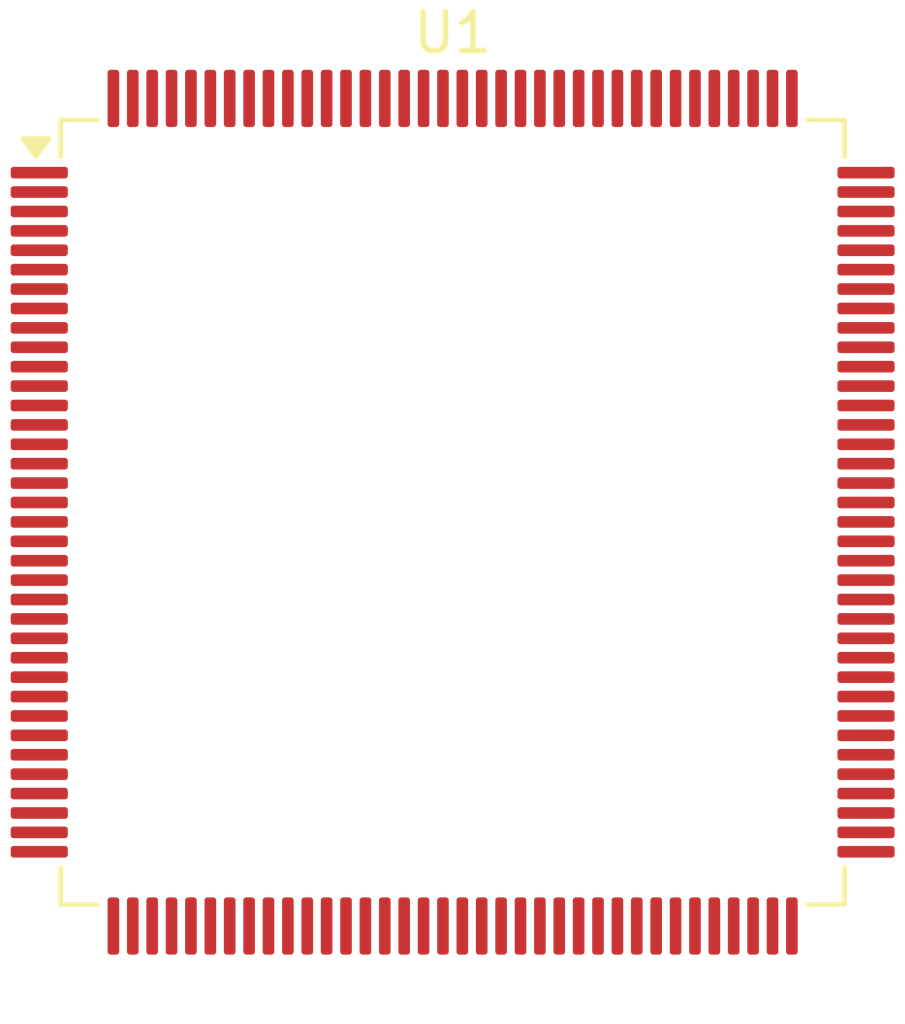
<source format=kicad_pcb>
(kicad_pcb (version 20241229) (generator "pcbnew") (generator_version "9.0")
  (layers (0 "F.Cu" signal) (2 "B.Cu" signal) (13 "F.Paste" user) (15 "B.Paste" user) (5 "F.SilkS" user "F.Silkscreen") (7 "B.SilkS" user "B.Silkscreen") (1 "F.Mask" user) (3 "B.Mask" user) (25 "Edge.Cuts" user))
  (net 0 "")
  (net 3 "+3.3V")
  (net 10 "Net-(U1-VSS-Pad104)")
  (net 57 "+3.3VA")
  (footprint "Package_QFP:LQFP-144_20x20mm_P0.5mm" (layer "F.Cu") (at 115.25 109.3375)
    (property "Reference" "U1" (at 0 -12.35 0) (layer "F.SilkS"))
    (property "Value" "STM32H755ZITx")
    (fp_line (start -10.11 -10.11) (end -9.16 -10.11) (stroke (width 0.12)) (layer "F.SilkS"))
    (fp_line (start -10.11 -9.16) (end -10.11 -10.11) (stroke (width 0.12)) (layer "F.SilkS"))
    (fp_line (start -10.11 10.11) (end -10.11 9.16) (stroke (width 0.12)) (layer "F.SilkS"))
    (fp_line (start -9.16 10.11) (end -10.11 10.11) (stroke (width 0.12)) (layer "F.SilkS"))
    (fp_line (start 9.16 -10.11) (end 10.11 -10.11) (stroke (width 0.12)) (layer "F.SilkS"))
    (fp_line (start 10.11 -10.11) (end 10.11 -9.16) (stroke (width 0.12)) (layer "F.SilkS"))
    (fp_line (start 10.11 9.16) (end 10.11 10.11) (stroke (width 0.12)) (layer "F.SilkS"))
    (fp_line (start 10.11 10.11) (end 9.16 10.11) (stroke (width 0.12)) (layer "F.SilkS"))
    (fp_poly (pts (xy -10.75 -9.16) (xy -11.09 -9.63) (xy -10.41 -9.63)) (stroke (width 0.12)) (fill yes) (layer "F.SilkS"))
    (pad "1" smd roundrect (at -10.6625 -8.75) (size 1.475 0.3) (layers "F.Cu" "F.Mask" "F.Paste"))
    (pad "2" smd roundrect (at -10.6625 -8.25) (size 1.475 0.3) (layers "F.Cu" "F.Mask" "F.Paste"))
    (pad "3" smd roundrect (at -10.6625 -7.75) (size 1.475 0.3) (layers "F.Cu" "F.Mask" "F.Paste"))
    (pad "4" smd roundrect (at -10.6625 -7.25) (size 1.475 0.3) (layers "F.Cu" "F.Mask" "F.Paste"))
    (pad "5" smd roundrect (at -10.6625 -6.75) (size 1.475 0.3) (layers "F.Cu" "F.Mask" "F.Paste"))
    (pad "6" smd roundrect (at -10.6625 -6.25) (size 1.475 0.3) (layers "F.Cu" "F.Mask" "F.Paste") (net 10 "Net-(U1-VSS-Pad104)"))
    (pad "7" smd roundrect (at -10.6625 -5.75) (size 1.475 0.3) (layers "F.Cu" "F.Mask" "F.Paste") (net 3 "+3.3V"))
    (pad "8" smd roundrect (at -10.6625 -5.25) (size 1.475 0.3) (layers "F.Cu" "F.Mask" "F.Paste"))
    (pad "9" smd roundrect (at -10.6625 -4.75) (size 1.475 0.3) (layers "F.Cu" "F.Mask" "F.Paste"))
    (pad "10" smd roundrect (at -10.6625 -4.25) (size 1.475 0.3) (layers "F.Cu" "F.Mask" "F.Paste"))
    (pad "11" smd roundrect (at -10.6625 -3.75) (size 1.475 0.3) (layers "F.Cu" "F.Mask" "F.Paste"))
    (pad "12" smd roundrect (at -10.6625 -3.25) (size 1.475 0.3) (layers "F.Cu" "F.Mask" "F.Paste") (net 10 "Net-(U1-VSS-Pad104)"))
    (pad "13" smd roundrect (at -10.6625 -2.75) (size 1.475 0.3) (layers "F.Cu" "F.Mask" "F.Paste") (net 3 "+3.3V"))
    (pad "14" smd roundrect (at -10.6625 -2.25) (size 1.475 0.3) (layers "F.Cu" "F.Mask" "F.Paste"))
    (pad "15" smd roundrect (at -10.6625 -1.75) (size 1.475 0.3) (layers "F.Cu" "F.Mask" "F.Paste"))
    (pad "16" smd roundrect (at -10.6625 -1.25) (size 1.475 0.3) (layers "F.Cu" "F.Mask" "F.Paste"))
    (pad "17" smd roundrect (at -10.6625 -0.75) (size 1.475 0.3) (layers "F.Cu" "F.Mask" "F.Paste"))
    (pad "18" smd roundrect (at -10.6625 -0.25) (size 1.475 0.3) (layers "F.Cu" "F.Mask" "F.Paste") (net 10 "Net-(U1-VSS-Pad104)"))
    (pad "19" smd roundrect (at -10.6625 0.25) (size 1.475 0.3) (layers "F.Cu" "F.Mask" "F.Paste") (net 3 "+3.3V"))
    (pad "20" smd roundrect (at -10.6625 0.75) (size 1.475 0.3) (layers "F.Cu" "F.Mask" "F.Paste"))
    (pad "21" smd roundrect (at -10.6625 1.25) (size 1.475 0.3) (layers "F.Cu" "F.Mask" "F.Paste"))
    (pad "22" smd roundrect (at -10.6625 1.75) (size 1.475 0.3) (layers "F.Cu" "F.Mask" "F.Paste"))
    (pad "23" smd roundrect (at -10.6625 2.25) (size 1.475 0.3) (layers "F.Cu" "F.Mask" "F.Paste"))
    (pad "24" smd roundrect (at -10.6625 2.75) (size 1.475 0.3) (layers "F.Cu" "F.Mask" "F.Paste"))
    (pad "25" smd roundrect (at -10.6625 3.25) (size 1.475 0.3) (layers "F.Cu" "F.Mask" "F.Paste"))
    (pad "26" smd roundrect (at -10.6625 3.75) (size 1.475 0.3) (layers "F.Cu" "F.Mask" "F.Paste"))
    (pad "27" smd roundrect (at -10.6625 4.25) (size 1.475 0.3) (layers "F.Cu" "F.Mask" "F.Paste"))
    (pad "28" smd roundrect (at -10.6625 4.75) (size 1.475 0.3) (layers "F.Cu" "F.Mask" "F.Paste"))
    (pad "29" smd roundrect (at -10.6625 5.25) (size 1.475 0.3) (layers "F.Cu" "F.Mask" "F.Paste"))
    (pad "30" smd roundrect (at -10.6625 5.75) (size 1.475 0.3) (layers "F.Cu" "F.Mask" "F.Paste"))
    (pad "31" smd roundrect (at -10.6625 6.25) (size 1.475 0.3) (layers "F.Cu" "F.Mask" "F.Paste"))
    (pad "32" smd roundrect (at -10.6625 6.75) (size 1.475 0.3) (layers "F.Cu" "F.Mask" "F.Paste") (net 3 "+3.3V"))
    (pad "33" smd roundrect (at -10.6625 7.25) (size 1.475 0.3) (layers "F.Cu" "F.Mask" "F.Paste") (net 10 "Net-(U1-VSS-Pad104)"))
    (pad "34" smd roundrect (at -10.6625 7.75) (size 1.475 0.3) (layers "F.Cu" "F.Mask" "F.Paste"))
    (pad "35" smd roundrect (at -10.6625 8.25) (size 1.475 0.3) (layers "F.Cu" "F.Mask" "F.Paste"))
    (pad "36" smd roundrect (at -10.6625 8.75) (size 1.475 0.3) (layers "F.Cu" "F.Mask" "F.Paste") (net 57 "+3.3VA"))
    (pad "37" smd roundrect (at -8.75 10.6625) (size 0.3 1.475) (layers "F.Cu" "F.Mask" "F.Paste"))
    (pad "38" smd roundrect (at -8.25 10.6625) (size 0.3 1.475) (layers "F.Cu" "F.Mask" "F.Paste"))
    (pad "39" smd roundrect (at -7.75 10.6625) (size 0.3 1.475) (layers "F.Cu" "F.Mask" "F.Paste"))
    (pad "40" smd roundrect (at -7.25 10.6625) (size 0.3 1.475) (layers "F.Cu" "F.Mask" "F.Paste"))
    (pad "41" smd roundrect (at -6.75 10.6625) (size 0.3 1.475) (layers "F.Cu" "F.Mask" "F.Paste") (net 10 "Net-(U1-VSS-Pad104)"))
    (pad "42" smd roundrect (at -6.25 10.6625) (size 0.3 1.475) (layers "F.Cu" "F.Mask" "F.Paste") (net 3 "+3.3V"))
    (pad "43" smd roundrect (at -5.75 10.6625) (size 0.3 1.475) (layers "F.Cu" "F.Mask" "F.Paste"))
    (pad "44" smd roundrect (at -5.25 10.6625) (size 0.3 1.475) (layers "F.Cu" "F.Mask" "F.Paste"))
    (pad "45" smd roundrect (at -4.75 10.6625) (size 0.3 1.475) (layers "F.Cu" "F.Mask" "F.Paste"))
    (pad "46" smd roundrect (at -4.25 10.6625) (size 0.3 1.475) (layers "F.Cu" "F.Mask" "F.Paste"))
    (pad "47" smd roundrect (at -3.75 10.6625) (size 0.3 1.475) (layers "F.Cu" "F.Mask" "F.Paste"))
    (pad "48" smd roundrect (at -3.25 10.6625) (size 0.3 1.475) (layers "F.Cu" "F.Mask" "F.Paste"))
    (pad "49" smd roundrect (at -2.75 10.6625) (size 0.3 1.475) (layers "F.Cu" "F.Mask" "F.Paste"))
    (pad "50" smd roundrect (at -2.25 10.6625) (size 0.3 1.475) (layers "F.Cu" "F.Mask" "F.Paste"))
    (pad "51" smd roundrect (at -1.75 10.6625) (size 0.3 1.475) (layers "F.Cu" "F.Mask" "F.Paste"))
    (pad "52" smd roundrect (at -1.25 10.6625) (size 0.3 1.475) (layers "F.Cu" "F.Mask" "F.Paste"))
    (pad "53" smd roundrect (at -0.75 10.6625) (size 0.3 1.475) (layers "F.Cu" "F.Mask" "F.Paste"))
    (pad "54" smd roundrect (at -0.25 10.6625) (size 0.3 1.475) (layers "F.Cu" "F.Mask" "F.Paste"))
    (pad "55" smd roundrect (at 0.25 10.6625) (size 0.3 1.475) (layers "F.Cu" "F.Mask" "F.Paste") (net 10 "Net-(U1-VSS-Pad104)"))
    (pad "56" smd roundrect (at 0.75 10.6625) (size 0.3 1.475) (layers "F.Cu" "F.Mask" "F.Paste") (net 3 "+3.3V"))
    (pad "57" smd roundrect (at 1.25 10.6625) (size 0.3 1.475) (layers "F.Cu" "F.Mask" "F.Paste"))
    (pad "58" smd roundrect (at 1.75 10.6625) (size 0.3 1.475) (layers "F.Cu" "F.Mask" "F.Paste"))
    (pad "59" smd roundrect (at 2.25 10.6625) (size 0.3 1.475) (layers "F.Cu" "F.Mask" "F.Paste"))
    (pad "60" smd roundrect (at 2.75 10.6625) (size 0.3 1.475) (layers "F.Cu" "F.Mask" "F.Paste"))
    (pad "61" smd roundrect (at 3.25 10.6625) (size 0.3 1.475) (layers "F.Cu" "F.Mask" "F.Paste"))
    (pad "62" smd roundrect (at 3.75 10.6625) (size 0.3 1.475) (layers "F.Cu" "F.Mask" "F.Paste"))
    (pad "63" smd roundrect (at 4.25 10.6625) (size 0.3 1.475) (layers "F.Cu" "F.Mask" "F.Paste"))
    (pad "64" smd roundrect (at 4.75 10.6625) (size 0.3 1.475) (layers "F.Cu" "F.Mask" "F.Paste"))
    (pad "65" smd roundrect (at 5.25 10.6625) (size 0.3 1.475) (layers "F.Cu" "F.Mask" "F.Paste"))
    (pad "66" smd roundrect (at 5.75 10.6625) (size 0.3 1.475) (layers "F.Cu" "F.Mask" "F.Paste"))
    (pad "67" smd roundrect (at 6.25 10.6625) (size 0.3 1.475) (layers "F.Cu" "F.Mask" "F.Paste"))
    (pad "68" smd roundrect (at 6.75 10.6625) (size 0.3 1.475) (layers "F.Cu" "F.Mask" "F.Paste"))
    (pad "69" smd roundrect (at 7.25 10.6625) (size 0.3 1.475) (layers "F.Cu" "F.Mask" "F.Paste") (net 10 "Net-(U1-VSS-Pad104)"))
    (pad "70" smd roundrect (at 7.75 10.6625) (size 0.3 1.475) (layers "F.Cu" "F.Mask" "F.Paste"))
    (pad "71" smd roundrect (at 8.25 10.6625) (size 0.3 1.475) (layers "F.Cu" "F.Mask" "F.Paste") (net 3 "+3.3V"))
    (pad "72" smd roundrect (at 8.75 10.6625) (size 0.3 1.475) (layers "F.Cu" "F.Mask" "F.Paste"))
    (pad "73" smd roundrect (at 10.6625 8.75) (size 1.475 0.3) (layers "F.Cu" "F.Mask" "F.Paste"))
    (pad "74" smd roundrect (at 10.6625 8.25) (size 1.475 0.3) (layers "F.Cu" "F.Mask" "F.Paste"))
    (pad "75" smd roundrect (at 10.6625 7.75) (size 1.475 0.3) (layers "F.Cu" "F.Mask" "F.Paste"))
    (pad "76" smd roundrect (at 10.6625 7.25) (size 1.475 0.3) (layers "F.Cu" "F.Mask" "F.Paste"))
    (pad "77" smd roundrect (at 10.6625 6.75) (size 1.475 0.3) (layers "F.Cu" "F.Mask" "F.Paste"))
    (pad "78" smd roundrect (at 10.6625 6.25) (size 1.475 0.3) (layers "F.Cu" "F.Mask" "F.Paste"))
    (pad "79" smd roundrect (at 10.6625 5.75) (size 1.475 0.3) (layers "F.Cu" "F.Mask" "F.Paste") (net 3 "+3.3V"))
    (pad "80" smd roundrect (at 10.6625 5.25) (size 1.475 0.3) (layers "F.Cu" "F.Mask" "F.Paste") (net 10 "Net-(U1-VSS-Pad104)"))
    (pad "81" smd roundrect (at 10.6625 4.75) (size 1.475 0.3) (layers "F.Cu" "F.Mask" "F.Paste"))
    (pad "82" smd roundrect (at 10.6625 4.25) (size 1.475 0.3) (layers "F.Cu" "F.Mask" "F.Paste"))
    (pad "83" smd roundrect (at 10.6625 3.75) (size 1.475 0.3) (layers "F.Cu" "F.Mask" "F.Paste"))
    (pad "84" smd roundrect (at 10.6625 3.25) (size 1.475 0.3) (layers "F.Cu" "F.Mask" "F.Paste"))
    (pad "85" smd roundrect (at 10.6625 2.75) (size 1.475 0.3) (layers "F.Cu" "F.Mask" "F.Paste"))
    (pad "86" smd roundrect (at 10.6625 2.25) (size 1.475 0.3) (layers "F.Cu" "F.Mask" "F.Paste"))
    (pad "87" smd roundrect (at 10.6625 1.75) (size 1.475 0.3) (layers "F.Cu" "F.Mask" "F.Paste"))
    (pad "88" smd roundrect (at 10.6625 1.25) (size 1.475 0.3) (layers "F.Cu" "F.Mask" "F.Paste"))
    (pad "89" smd roundrect (at 10.6625 0.75) (size 1.475 0.3) (layers "F.Cu" "F.Mask" "F.Paste") (net 10 "Net-(U1-VSS-Pad104)"))
    (pad "90" smd roundrect (at 10.6625 0.25) (size 1.475 0.3) (layers "F.Cu" "F.Mask" "F.Paste"))
    (pad "91" smd roundrect (at 10.6625 -0.25) (size 1.475 0.3) (layers "F.Cu" "F.Mask" "F.Paste"))
    (pad "92" smd roundrect (at 10.6625 -0.75) (size 1.475 0.3) (layers "F.Cu" "F.Mask" "F.Paste") (net 3 "+3.3V"))
    (pad "93" smd roundrect (at 10.6625 -1.25) (size 1.475 0.3) (layers "F.Cu" "F.Mask" "F.Paste"))
    (pad "94" smd roundrect (at 10.6625 -1.75) (size 1.475 0.3) (layers "F.Cu" "F.Mask" "F.Paste"))
    (pad "95" smd roundrect (at 10.6625 -2.25) (size 1.475 0.3) (layers "F.Cu" "F.Mask" "F.Paste"))
    (pad "96" smd roundrect (at 10.6625 -2.75) (size 1.475 0.3) (layers "F.Cu" "F.Mask" "F.Paste"))
    (pad "97" smd roundrect (at 10.6625 -3.25) (size 1.475 0.3) (layers "F.Cu" "F.Mask" "F.Paste"))
    (pad "98" smd roundrect (at 10.6625 -3.75) (size 1.475 0.3) (layers "F.Cu" "F.Mask" "F.Paste"))
    (pad "99" smd roundrect (at 10.6625 -4.25) (size 1.475 0.3) (layers "F.Cu" "F.Mask" "F.Paste"))
    (pad "100" smd roundrect (at 10.6625 -4.75) (size 1.475 0.3) (layers "F.Cu" "F.Mask" "F.Paste"))
    (pad "101" smd roundrect (at 10.6625 -5.25) (size 1.475 0.3) (layers "F.Cu" "F.Mask" "F.Paste"))
    (pad "102" smd roundrect (at 10.6625 -5.75) (size 1.475 0.3) (layers "F.Cu" "F.Mask" "F.Paste"))
    (pad "103" smd roundrect (at 10.6625 -6.25) (size 1.475 0.3) (layers "F.Cu" "F.Mask" "F.Paste"))
    (pad "104" smd roundrect (at 10.6625 -6.75) (size 1.475 0.3) (layers "F.Cu" "F.Mask" "F.Paste") (net 10 "Net-(U1-VSS-Pad104)"))
    (pad "105" smd roundrect (at 10.6625 -7.25) (size 1.475 0.3) (layers "F.Cu" "F.Mask" "F.Paste"))
    (pad "106" smd roundrect (at 10.6625 -7.75) (size 1.475 0.3) (layers "F.Cu" "F.Mask" "F.Paste") (net 3 "+3.3V"))
    (pad "107" smd roundrect (at 10.6625 -8.25) (size 1.475 0.3) (layers "F.Cu" "F.Mask" "F.Paste"))
    (pad "108" smd roundrect (at 10.6625 -8.75) (size 1.475 0.3) (layers "F.Cu" "F.Mask" "F.Paste"))
    (pad "109" smd roundrect (at 8.75 -10.6625) (size 0.3 1.475) (layers "F.Cu" "F.Mask" "F.Paste"))
    (pad "110" smd roundrect (at 8.25 -10.6625) (size 0.3 1.475) (layers "F.Cu" "F.Mask" "F.Paste"))
    (pad "111" smd roundrect (at 7.75 -10.6625) (size 0.3 1.475) (layers "F.Cu" "F.Mask" "F.Paste"))
    (pad "112" smd roundrect (at 7.25 -10.6625) (size 0.3 1.475) (layers "F.Cu" "F.Mask" "F.Paste"))
    (pad "113" smd roundrect (at 6.75 -10.6625) (size 0.3 1.475) (layers "F.Cu" "F.Mask" "F.Paste"))
    (pad "114" smd roundrect (at 6.25 -10.6625) (size 0.3 1.475) (layers "F.Cu" "F.Mask" "F.Paste"))
    (pad "115" smd roundrect (at 5.75 -10.6625) (size 0.3 1.475) (layers "F.Cu" "F.Mask" "F.Paste"))
    (pad "116" smd roundrect (at 5.25 -10.6625) (size 0.3 1.475) (layers "F.Cu" "F.Mask" "F.Paste"))
    (pad "117" smd roundrect (at 4.75 -10.6625) (size 0.3 1.475) (layers "F.Cu" "F.Mask" "F.Paste"))
    (pad "118" smd roundrect (at 4.25 -10.6625) (size 0.3 1.475) (layers "F.Cu" "F.Mask" "F.Paste") (net 10 "Net-(U1-VSS-Pad104)"))
    (pad "119" smd roundrect (at 3.75 -10.6625) (size 0.3 1.475) (layers "F.Cu" "F.Mask" "F.Paste") (net 3 "+3.3V"))
    (pad "120" smd roundrect (at 3.25 -10.6625) (size 0.3 1.475) (layers "F.Cu" "F.Mask" "F.Paste"))
    (pad "121" smd roundrect (at 2.75 -10.6625) (size 0.3 1.475) (layers "F.Cu" "F.Mask" "F.Paste"))
    (pad "122" smd roundrect (at 2.25 -10.6625) (size 0.3 1.475) (layers "F.Cu" "F.Mask" "F.Paste"))
    (pad "123" smd roundrect (at 1.75 -10.6625) (size 0.3 1.475) (layers "F.Cu" "F.Mask" "F.Paste"))
    (pad "124" smd roundrect (at 1.25 -10.6625) (size 0.3 1.475) (layers "F.Cu" "F.Mask" "F.Paste"))
    (pad "125" smd roundrect (at 0.75 -10.6625) (size 0.3 1.475) (layers "F.Cu" "F.Mask" "F.Paste"))
    (pad "126" smd roundrect (at 0.25 -10.6625) (size 0.3 1.475) (layers "F.Cu" "F.Mask" "F.Paste"))
    (pad "127" smd roundrect (at -0.25 -10.6625) (size 0.3 1.475) (layers "F.Cu" "F.Mask" "F.Paste"))
    (pad "128" smd roundrect (at -0.75 -10.6625) (size 0.3 1.475) (layers "F.Cu" "F.Mask" "F.Paste") (net 10 "Net-(U1-VSS-Pad104)"))
    (pad "129" smd roundrect (at -1.25 -10.6625) (size 0.3 1.475) (layers "F.Cu" "F.Mask" "F.Paste") (net 3 "+3.3V"))
    (pad "130" smd roundrect (at -1.75 -10.6625) (size 0.3 1.475) (layers "F.Cu" "F.Mask" "F.Paste"))
    (pad "131" smd roundrect (at -2.25 -10.6625) (size 0.3 1.475) (layers "F.Cu" "F.Mask" "F.Paste"))
    (pad "132" smd roundrect (at -2.75 -10.6625) (size 0.3 1.475) (layers "F.Cu" "F.Mask" "F.Paste"))
    (pad "133" smd roundrect (at -3.25 -10.6625) (size 0.3 1.475) (layers "F.Cu" "F.Mask" "F.Paste"))
    (pad "134" smd roundrect (at -3.75 -10.6625) (size 0.3 1.475) (layers "F.Cu" "F.Mask" "F.Paste"))
    (pad "135" smd roundrect (at -4.25 -10.6625) (size 0.3 1.475) (layers "F.Cu" "F.Mask" "F.Paste"))
    (pad "136" smd roundrect (at -4.75 -10.6625) (size 0.3 1.475) (layers "F.Cu" "F.Mask" "F.Paste"))
    (pad "137" smd roundrect (at -5.25 -10.6625) (size 0.3 1.475) (layers "F.Cu" "F.Mask" "F.Paste"))
    (pad "138" smd roundrect (at -5.75 -10.6625) (size 0.3 1.475) (layers "F.Cu" "F.Mask" "F.Paste"))
    (pad "139" smd roundrect (at -6.25 -10.6625) (size 0.3 1.475) (layers "F.Cu" "F.Mask" "F.Paste"))
    (pad "140" smd roundrect (at -6.75 -10.6625) (size 0.3 1.475) (layers "F.Cu" "F.Mask" "F.Paste"))
    (pad "141" smd roundrect (at -7.25 -10.6625) (size 0.3 1.475) (layers "F.Cu" "F.Mask" "F.Paste") (net 10 "Net-(U1-VSS-Pad104)"))
    (pad "142" smd roundrect (at -7.75 -10.6625) (size 0.3 1.475) (layers "F.Cu" "F.Mask" "F.Paste"))
    (pad "143" smd roundrect (at -8.25 -10.6625) (size 0.3 1.475) (layers "F.Cu" "F.Mask" "F.Paste"))
    (pad "144" smd roundrect (at -8.75 -10.6625) (size 0.3 1.475) (layers "F.Cu" "F.Mask" "F.Paste") (net 3 "+3.3V"))
  )
)
</source>
